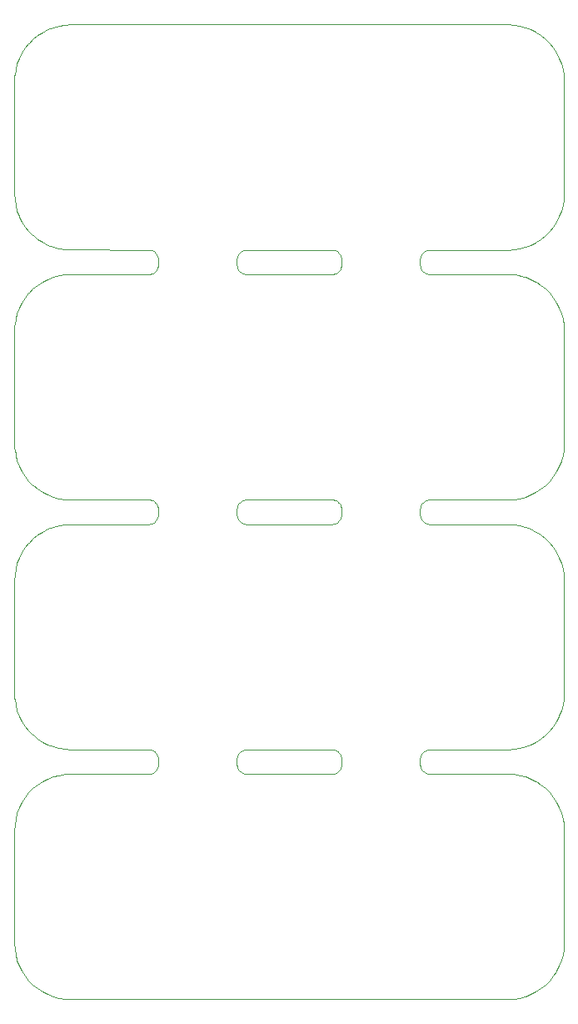
<source format=gbr>
G04 #@! TF.GenerationSoftware,KiCad,Pcbnew,(5.1.6)-1*
G04 #@! TF.CreationDate,2020-06-14T15:38:25+02:00*
G04 #@! TF.ProjectId,panel1,70616e65-6c31-42e6-9b69-6361645f7063,rev?*
G04 #@! TF.SameCoordinates,Original*
G04 #@! TF.FileFunction,Profile,NP*
%FSLAX46Y46*%
G04 Gerber Fmt 4.6, Leading zero omitted, Abs format (unit mm)*
G04 Created by KiCad (PCBNEW (5.1.6)-1) date 2020-06-14 15:38:25*
%MOMM*%
%LPD*%
G01*
G04 APERTURE LIST*
G04 #@! TA.AperFunction,Profile*
%ADD10C,0.100000*%
G04 #@! TD*
G04 APERTURE END LIST*
D10*
X82253700Y-126085200D02*
X73628400Y-126085200D01*
X82351700Y-126080400D02*
X82253700Y-126085200D01*
X82448800Y-126066000D02*
X82351700Y-126080400D01*
X82544000Y-126042100D02*
X82448800Y-126066000D01*
X82636400Y-126009100D02*
X82544000Y-126042100D01*
X82725100Y-125967100D02*
X82636400Y-126009100D01*
X82809300Y-125916700D02*
X82725100Y-125967100D01*
X82888100Y-125858200D02*
X82809300Y-125916700D01*
X82960800Y-125792300D02*
X82888100Y-125858200D01*
X83026700Y-125719600D02*
X82960800Y-125792300D01*
X83085200Y-125640800D02*
X83026700Y-125719600D01*
X83135600Y-125556600D02*
X83085200Y-125640800D01*
X83177600Y-125467900D02*
X83135600Y-125556600D01*
X83210600Y-125375500D02*
X83177600Y-125467900D01*
X83234500Y-125280300D02*
X83210600Y-125375500D01*
X83248900Y-125183200D02*
X83234500Y-125280300D01*
X83253700Y-125085200D02*
X83248900Y-125183200D01*
X83253700Y-124587100D02*
X83253700Y-125085200D01*
X83248900Y-124489000D02*
X83253700Y-124587100D01*
X83234500Y-124392000D02*
X83248900Y-124489000D01*
X83210600Y-124296800D02*
X83234500Y-124392000D01*
X83177600Y-124204400D02*
X83210600Y-124296800D01*
X83135600Y-124115700D02*
X83177600Y-124204400D01*
X83085200Y-124031500D02*
X83135600Y-124115700D01*
X83026700Y-123952700D02*
X83085200Y-124031500D01*
X82960800Y-123880000D02*
X83026700Y-123952700D01*
X82888100Y-123814100D02*
X82960800Y-123880000D01*
X82809300Y-123755600D02*
X82888100Y-123814100D01*
X82725100Y-123705100D02*
X82809300Y-123755600D01*
X82636400Y-123663200D02*
X82725100Y-123705100D01*
X82544000Y-123630100D02*
X82636400Y-123663200D01*
X82448800Y-123606300D02*
X82544000Y-123630100D01*
X82351700Y-123591900D02*
X82448800Y-123606300D01*
X82253700Y-123587100D02*
X82351700Y-123591900D01*
X73628400Y-123587000D02*
X82253700Y-123587100D01*
X73530300Y-123591900D02*
X73628400Y-123587000D01*
X73433300Y-123606300D02*
X73530300Y-123591900D01*
X73338100Y-123630100D02*
X73433300Y-123606300D01*
X73245700Y-123663200D02*
X73338100Y-123630100D01*
X73157000Y-123705100D02*
X73245700Y-123663200D01*
X73072800Y-123755600D02*
X73157000Y-123705100D01*
X72994000Y-123814000D02*
X73072800Y-123755600D01*
X72921200Y-123879900D02*
X72994000Y-123814000D01*
X72855300Y-123952600D02*
X72921200Y-123879900D01*
X72796900Y-124031500D02*
X72855300Y-123952600D01*
X72746400Y-124115600D02*
X72796900Y-124031500D01*
X72704500Y-124204400D02*
X72746400Y-124115600D01*
X72671400Y-124296800D02*
X72704500Y-124204400D01*
X72647600Y-124391900D02*
X72671400Y-124296800D01*
X72633200Y-124489000D02*
X72647600Y-124391900D01*
X72628400Y-124587000D02*
X72633200Y-124489000D01*
X72628400Y-125085200D02*
X72628400Y-124587000D01*
X72633200Y-125183200D02*
X72628400Y-125085200D01*
X72647600Y-125280300D02*
X72633200Y-125183200D01*
X72671400Y-125375500D02*
X72647600Y-125280300D01*
X72704500Y-125467900D02*
X72671400Y-125375500D01*
X72746400Y-125556600D02*
X72704500Y-125467900D01*
X72796900Y-125640800D02*
X72746400Y-125556600D01*
X72855300Y-125719600D02*
X72796900Y-125640800D01*
X72921200Y-125792300D02*
X72855300Y-125719600D01*
X72994000Y-125858200D02*
X72921200Y-125792300D01*
X73072800Y-125916700D02*
X72994000Y-125858200D01*
X73157000Y-125967100D02*
X73072800Y-125916700D01*
X73245700Y-126009100D02*
X73157000Y-125967100D01*
X73338100Y-126042100D02*
X73245700Y-126009100D01*
X73433300Y-126066000D02*
X73338100Y-126042100D01*
X73530300Y-126080400D02*
X73433300Y-126066000D01*
X73628400Y-126085200D02*
X73530300Y-126080400D01*
X82253700Y-100723100D02*
X73628400Y-100723100D01*
X82351700Y-100718300D02*
X82253700Y-100723100D01*
X82448800Y-100703900D02*
X82351700Y-100718300D01*
X82544000Y-100680000D02*
X82448800Y-100703900D01*
X82636400Y-100647000D02*
X82544000Y-100680000D01*
X82725100Y-100605000D02*
X82636400Y-100647000D01*
X82809300Y-100554600D02*
X82725100Y-100605000D01*
X82888100Y-100496100D02*
X82809300Y-100554600D01*
X82960800Y-100430200D02*
X82888100Y-100496100D01*
X83026700Y-100357500D02*
X82960800Y-100430200D01*
X83085200Y-100278700D02*
X83026700Y-100357500D01*
X83135600Y-100194500D02*
X83085200Y-100278700D01*
X83177600Y-100105800D02*
X83135600Y-100194500D01*
X83210600Y-100013400D02*
X83177600Y-100105800D01*
X83234500Y-99918200D02*
X83210600Y-100013400D01*
X83248900Y-99821100D02*
X83234500Y-99918200D01*
X83253700Y-99723100D02*
X83248900Y-99821100D01*
X83253700Y-99225100D02*
X83253700Y-99723100D01*
X83248900Y-99127000D02*
X83253700Y-99225100D01*
X83234500Y-99030000D02*
X83248900Y-99127000D01*
X83210600Y-98934800D02*
X83234500Y-99030000D01*
X83177600Y-98842400D02*
X83210600Y-98934800D01*
X83135600Y-98753700D02*
X83177600Y-98842400D01*
X83085200Y-98669500D02*
X83135600Y-98753700D01*
X83026700Y-98590700D02*
X83085200Y-98669500D01*
X82960800Y-98518000D02*
X83026700Y-98590700D01*
X82888100Y-98452100D02*
X82960800Y-98518000D01*
X82809300Y-98393600D02*
X82888100Y-98452100D01*
X82725100Y-98343100D02*
X82809300Y-98393600D01*
X82636400Y-98301200D02*
X82725100Y-98343100D01*
X82544000Y-98268100D02*
X82636400Y-98301200D01*
X82448800Y-98244300D02*
X82544000Y-98268100D01*
X82351700Y-98229900D02*
X82448800Y-98244300D01*
X82253700Y-98225100D02*
X82351700Y-98229900D01*
X73628400Y-98225000D02*
X82253700Y-98225100D01*
X73530300Y-98229900D02*
X73628400Y-98225000D01*
X73433300Y-98244300D02*
X73530300Y-98229900D01*
X73338100Y-98268100D02*
X73433300Y-98244300D01*
X73245700Y-98301200D02*
X73338100Y-98268100D01*
X73157000Y-98343100D02*
X73245700Y-98301200D01*
X73072800Y-98393600D02*
X73157000Y-98343100D01*
X72994000Y-98452000D02*
X73072800Y-98393600D01*
X72921200Y-98517900D02*
X72994000Y-98452000D01*
X72855300Y-98590600D02*
X72921200Y-98517900D01*
X72796900Y-98669500D02*
X72855300Y-98590600D01*
X72746400Y-98753600D02*
X72796900Y-98669500D01*
X72704500Y-98842400D02*
X72746400Y-98753600D01*
X72671400Y-98934800D02*
X72704500Y-98842400D01*
X72647600Y-99029900D02*
X72671400Y-98934800D01*
X72633200Y-99127000D02*
X72647600Y-99029900D01*
X72628400Y-99225000D02*
X72633200Y-99127000D01*
X72628400Y-99723100D02*
X72628400Y-99225000D01*
X72633200Y-99821100D02*
X72628400Y-99723100D01*
X72647600Y-99918200D02*
X72633200Y-99821100D01*
X72671400Y-100013400D02*
X72647600Y-99918200D01*
X72704500Y-100105800D02*
X72671400Y-100013400D01*
X72746400Y-100194500D02*
X72704500Y-100105800D01*
X72796900Y-100278700D02*
X72746400Y-100194500D01*
X72855300Y-100357500D02*
X72796900Y-100278700D01*
X72921200Y-100430200D02*
X72855300Y-100357500D01*
X72994000Y-100496100D02*
X72921200Y-100430200D01*
X73072800Y-100554600D02*
X72994000Y-100496100D01*
X73157000Y-100605000D02*
X73072800Y-100554600D01*
X73245700Y-100647000D02*
X73157000Y-100605000D01*
X73338100Y-100680000D02*
X73245700Y-100647000D01*
X73433300Y-100703900D02*
X73338100Y-100680000D01*
X73530300Y-100718300D02*
X73433300Y-100703900D01*
X73628400Y-100723100D02*
X73530300Y-100718300D01*
X72628400Y-74361100D02*
X72628400Y-73862900D01*
X72633200Y-74459100D02*
X72628400Y-74361100D01*
X72647600Y-74556200D02*
X72633200Y-74459100D01*
X72671400Y-74651400D02*
X72647600Y-74556200D01*
X72704500Y-74743800D02*
X72671400Y-74651400D01*
X72746400Y-74832500D02*
X72704500Y-74743800D01*
X72796900Y-74916700D02*
X72746400Y-74832500D01*
X72855300Y-74995500D02*
X72796900Y-74916700D01*
X72921200Y-75068200D02*
X72855300Y-74995500D01*
X72994000Y-75134100D02*
X72921200Y-75068200D01*
X73072800Y-75192600D02*
X72994000Y-75134100D01*
X73157000Y-75243000D02*
X73072800Y-75192600D01*
X73245700Y-75285000D02*
X73157000Y-75243000D01*
X73338100Y-75318000D02*
X73245700Y-75285000D01*
X73433300Y-75341900D02*
X73338100Y-75318000D01*
X73530300Y-75356300D02*
X73433300Y-75341900D01*
X73628400Y-75361100D02*
X73530300Y-75356300D01*
X82253700Y-75361100D02*
X73628400Y-75361100D01*
X82351700Y-75356300D02*
X82253700Y-75361100D01*
X82448800Y-75341900D02*
X82351700Y-75356300D01*
X82544000Y-75318000D02*
X82448800Y-75341900D01*
X82636400Y-75285000D02*
X82544000Y-75318000D01*
X82725100Y-75243000D02*
X82636400Y-75285000D01*
X82809300Y-75192600D02*
X82725100Y-75243000D01*
X82888100Y-75134100D02*
X82809300Y-75192600D01*
X82960800Y-75068200D02*
X82888100Y-75134100D01*
X83026700Y-74995500D02*
X82960800Y-75068200D01*
X83085200Y-74916700D02*
X83026700Y-74995500D01*
X83135600Y-74832500D02*
X83085200Y-74916700D01*
X83177600Y-74743800D02*
X83135600Y-74832500D01*
X83210600Y-74651400D02*
X83177600Y-74743800D01*
X83234500Y-74556200D02*
X83210600Y-74651400D01*
X83248900Y-74459100D02*
X83234500Y-74556200D01*
X83253700Y-74361100D02*
X83248900Y-74459100D01*
X83253700Y-73863000D02*
X83253700Y-74361100D01*
X83248900Y-73764900D02*
X83253700Y-73863000D01*
X83234500Y-73667900D02*
X83248900Y-73764900D01*
X83210600Y-73572700D02*
X83234500Y-73667900D01*
X83177600Y-73480300D02*
X83210600Y-73572700D01*
X83135600Y-73391600D02*
X83177600Y-73480300D01*
X83085200Y-73307400D02*
X83135600Y-73391600D01*
X83026700Y-73228600D02*
X83085200Y-73307400D01*
X82960800Y-73155900D02*
X83026700Y-73228600D01*
X82888100Y-73090000D02*
X82960800Y-73155900D01*
X82809300Y-73031500D02*
X82888100Y-73090000D01*
X82725100Y-72981000D02*
X82809300Y-73031500D01*
X82636400Y-72939100D02*
X82725100Y-72981000D01*
X82544000Y-72906000D02*
X82636400Y-72939100D01*
X82448800Y-72882200D02*
X82544000Y-72906000D01*
X82351700Y-72867800D02*
X82448800Y-72882200D01*
X82253700Y-72863000D02*
X82351700Y-72867800D01*
X73628400Y-72862900D02*
X82253700Y-72863000D01*
X73530300Y-72867800D02*
X73628400Y-72862900D01*
X73433300Y-72882200D02*
X73530300Y-72867800D01*
X73338100Y-72906000D02*
X73433300Y-72882200D01*
X73245700Y-72939100D02*
X73338100Y-72906000D01*
X73157000Y-72981000D02*
X73245700Y-72939100D01*
X73072800Y-73031500D02*
X73157000Y-72981000D01*
X72994000Y-73089900D02*
X73072800Y-73031500D01*
X72921200Y-73155800D02*
X72994000Y-73089900D01*
X72855300Y-73228500D02*
X72921200Y-73155800D01*
X72796900Y-73307400D02*
X72855300Y-73228500D01*
X72746400Y-73391500D02*
X72796900Y-73307400D01*
X72704500Y-73480300D02*
X72746400Y-73391500D01*
X72671400Y-73572700D02*
X72704500Y-73480300D01*
X72647600Y-73667800D02*
X72671400Y-73572700D01*
X72633200Y-73764900D02*
X72647600Y-73667800D01*
X72628400Y-73862900D02*
X72633200Y-73764900D01*
X100166000Y-75361200D02*
X92255700Y-75361100D01*
X100763500Y-75392700D02*
X100166000Y-75361200D01*
X101341600Y-75484000D02*
X100763500Y-75392700D01*
X101367300Y-75489400D02*
X101341600Y-75484000D01*
X101932500Y-75641200D02*
X101367300Y-75489400D01*
X102491200Y-75855700D02*
X101932500Y-75641200D01*
X103012800Y-76121000D02*
X102491200Y-75855700D01*
X103035500Y-76134200D02*
X103012800Y-76121000D01*
X103526200Y-76453300D02*
X103035500Y-76134200D01*
X103981200Y-76821300D02*
X103526200Y-76453300D01*
X104000800Y-76838900D02*
X103981200Y-76821300D01*
X104414300Y-77253000D02*
X104000800Y-76838900D01*
X104782800Y-77707500D02*
X104414300Y-77253000D01*
X104798300Y-77728700D02*
X104782800Y-77707500D01*
X105116800Y-78219800D02*
X104798300Y-77728700D01*
X105382700Y-78741000D02*
X105116800Y-78219800D01*
X105393400Y-78765000D02*
X105382700Y-78741000D01*
X105602900Y-79311600D02*
X105393400Y-78765000D01*
X105754700Y-79876800D02*
X105602900Y-79311600D01*
X105760100Y-79902500D02*
X105754700Y-79876800D01*
X105851400Y-80480700D02*
X105760100Y-79902500D01*
X105883000Y-81084600D02*
X105851400Y-80480700D01*
X105883000Y-92501500D02*
X105883000Y-81084600D01*
X105852400Y-93092500D02*
X105883000Y-92501500D01*
X105849600Y-93118600D02*
X105852400Y-93092500D01*
X105757700Y-93696800D02*
X105849600Y-93118600D01*
X105606600Y-94262100D02*
X105757700Y-93696800D01*
X105598400Y-94287100D02*
X105606600Y-94262100D01*
X105388400Y-94833400D02*
X105598400Y-94287100D01*
X105123000Y-95354900D02*
X105388400Y-94833400D01*
X105109900Y-95377600D02*
X105123000Y-95354900D01*
X104790800Y-95868300D02*
X105109900Y-95377600D01*
X104414300Y-96333300D02*
X104790800Y-95868300D01*
X104000800Y-96747300D02*
X104414300Y-96333300D01*
X103981200Y-96764900D02*
X104000800Y-96747300D01*
X103536500Y-97125000D02*
X103981200Y-96764900D01*
X103515300Y-97140500D02*
X103536500Y-97125000D01*
X103024300Y-97458900D02*
X103515300Y-97140500D01*
X102491100Y-97730500D02*
X103024300Y-97458900D01*
X101932500Y-97945000D02*
X102491100Y-97730500D01*
X101367300Y-98096800D02*
X101932500Y-97945000D01*
X101341600Y-98102200D02*
X101367300Y-98096800D01*
X100763400Y-98193500D02*
X101341600Y-98102200D01*
X100166000Y-98225000D02*
X100763400Y-98193500D01*
X92255700Y-98225100D02*
X100166000Y-98225000D01*
X92157700Y-98229900D02*
X92255700Y-98225100D01*
X92060600Y-98244300D02*
X92157700Y-98229900D01*
X91965400Y-98268100D02*
X92060600Y-98244300D01*
X91873000Y-98301200D02*
X91965400Y-98268100D01*
X91784300Y-98343200D02*
X91873000Y-98301200D01*
X91700100Y-98393600D02*
X91784300Y-98343200D01*
X91621300Y-98452100D02*
X91700100Y-98393600D01*
X91548600Y-98518000D02*
X91621300Y-98452100D01*
X91482700Y-98590700D02*
X91548600Y-98518000D01*
X91424200Y-98669500D02*
X91482700Y-98590700D01*
X91373800Y-98753700D02*
X91424200Y-98669500D01*
X91331800Y-98842400D02*
X91373800Y-98753700D01*
X91298800Y-98934800D02*
X91331800Y-98842400D01*
X91274900Y-99030000D02*
X91298800Y-98934800D01*
X91260500Y-99127100D02*
X91274900Y-99030000D01*
X91255700Y-99225100D02*
X91260500Y-99127100D01*
X91255700Y-99723100D02*
X91255700Y-99225100D01*
X91260500Y-99821100D02*
X91255700Y-99723100D01*
X91274900Y-99918200D02*
X91260500Y-99821100D01*
X91298800Y-100013400D02*
X91274900Y-99918200D01*
X91331800Y-100105800D02*
X91298800Y-100013400D01*
X91373800Y-100194500D02*
X91331800Y-100105800D01*
X91424200Y-100278700D02*
X91373800Y-100194500D01*
X91482700Y-100357500D02*
X91424200Y-100278700D01*
X91548600Y-100430200D02*
X91482700Y-100357500D01*
X91621300Y-100496100D02*
X91548600Y-100430200D01*
X91700100Y-100554600D02*
X91621300Y-100496100D01*
X91784300Y-100605000D02*
X91700100Y-100554600D01*
X91873000Y-100647000D02*
X91784300Y-100605000D01*
X91965400Y-100680000D02*
X91873000Y-100647000D01*
X92060600Y-100703900D02*
X91965400Y-100680000D01*
X92157700Y-100718300D02*
X92060600Y-100703900D01*
X92255700Y-100723100D02*
X92157700Y-100718300D01*
X100166000Y-100723200D02*
X92255700Y-100723100D01*
X100763500Y-100754700D02*
X100166000Y-100723200D01*
X101341600Y-100846000D02*
X100763500Y-100754700D01*
X101367300Y-100851400D02*
X101341600Y-100846000D01*
X101919900Y-100999400D02*
X101367300Y-100851400D01*
X101944900Y-101007600D02*
X101919900Y-100999400D01*
X102491200Y-101217700D02*
X101944900Y-101007600D01*
X103012800Y-101483000D02*
X102491200Y-101217700D01*
X103035500Y-101496200D02*
X103012800Y-101483000D01*
X103526200Y-101815300D02*
X103035500Y-101496200D01*
X103981200Y-102183300D02*
X103526200Y-101815300D01*
X104000800Y-102200900D02*
X103981200Y-102183300D01*
X104405200Y-102605400D02*
X104000800Y-102200900D01*
X104422800Y-102624900D02*
X104405200Y-102605400D01*
X104790800Y-103079900D02*
X104422800Y-102624900D01*
X105116800Y-103581800D02*
X104790800Y-103079900D01*
X105388400Y-104114900D02*
X105116800Y-103581800D01*
X105598500Y-104661200D02*
X105388400Y-104114900D01*
X105606700Y-104686200D02*
X105598500Y-104661200D01*
X105757700Y-105251600D02*
X105606700Y-104686200D01*
X105849600Y-105829600D02*
X105757700Y-105251600D01*
X105852400Y-105855700D02*
X105849600Y-105829600D01*
X105882900Y-106440100D02*
X105852400Y-105855700D01*
X105882700Y-117876700D02*
X105882900Y-106440100D01*
X105851400Y-118467600D02*
X105882700Y-117876700D01*
X105760100Y-119045800D02*
X105851400Y-118467600D01*
X105754700Y-119071500D02*
X105760100Y-119045800D01*
X105602800Y-119636700D02*
X105754700Y-119071500D01*
X105393400Y-120183200D02*
X105602800Y-119636700D01*
X105382700Y-120207200D02*
X105393400Y-120183200D01*
X105116800Y-120728500D02*
X105382700Y-120207200D01*
X104790800Y-121230300D02*
X105116800Y-120728500D01*
X104414300Y-121695300D02*
X104790800Y-121230300D01*
X104000800Y-122109300D02*
X104414300Y-121695300D01*
X103981200Y-122126900D02*
X104000800Y-122109300D01*
X103536500Y-122487000D02*
X103981200Y-122126900D01*
X103515300Y-122502500D02*
X103536500Y-122487000D01*
X103024300Y-122820900D02*
X103515300Y-122502500D01*
X102491100Y-123092500D02*
X103024300Y-122820900D01*
X101932500Y-123307000D02*
X102491100Y-123092500D01*
X101367300Y-123458800D02*
X101932500Y-123307000D01*
X101341600Y-123464200D02*
X101367300Y-123458800D01*
X100763400Y-123555500D02*
X101341600Y-123464200D01*
X100166000Y-123587000D02*
X100763400Y-123555500D01*
X92255700Y-123587100D02*
X100166000Y-123587000D01*
X92157700Y-123591900D02*
X92255700Y-123587100D01*
X92060600Y-123606300D02*
X92157700Y-123591900D01*
X91965400Y-123630100D02*
X92060600Y-123606300D01*
X91873000Y-123663200D02*
X91965400Y-123630100D01*
X91784300Y-123705200D02*
X91873000Y-123663200D01*
X91700100Y-123755600D02*
X91784300Y-123705200D01*
X91621300Y-123814100D02*
X91700100Y-123755600D01*
X91548600Y-123880000D02*
X91621300Y-123814100D01*
X91482700Y-123952700D02*
X91548600Y-123880000D01*
X91424200Y-124031500D02*
X91482700Y-123952700D01*
X91373800Y-124115700D02*
X91424200Y-124031500D01*
X91331800Y-124204400D02*
X91373800Y-124115700D01*
X91298800Y-124296800D02*
X91331800Y-124204400D01*
X91274900Y-124392000D02*
X91298800Y-124296800D01*
X91260500Y-124489100D02*
X91274900Y-124392000D01*
X91255700Y-124587100D02*
X91260500Y-124489100D01*
X91255700Y-125085200D02*
X91255700Y-124587100D01*
X91260500Y-125183200D02*
X91255700Y-125085200D01*
X91274900Y-125280300D02*
X91260500Y-125183200D01*
X91298800Y-125375500D02*
X91274900Y-125280300D01*
X91331800Y-125467900D02*
X91298800Y-125375500D01*
X91373800Y-125556600D02*
X91331800Y-125467900D01*
X91424200Y-125640800D02*
X91373800Y-125556600D01*
X91482700Y-125719600D02*
X91424200Y-125640800D01*
X91548600Y-125792300D02*
X91482700Y-125719600D01*
X91621300Y-125858200D02*
X91548600Y-125792300D01*
X91700100Y-125916700D02*
X91621300Y-125858200D01*
X91784300Y-125967100D02*
X91700100Y-125916700D01*
X91873000Y-126009100D02*
X91784300Y-125967100D01*
X91965400Y-126042100D02*
X91873000Y-126009100D01*
X92060600Y-126066000D02*
X91965400Y-126042100D01*
X92157700Y-126080400D02*
X92060600Y-126066000D01*
X92255700Y-126085200D02*
X92157700Y-126080400D01*
X100166000Y-126085300D02*
X92255700Y-126085200D01*
X100763500Y-126116800D02*
X100166000Y-126085300D01*
X101341600Y-126208100D02*
X100763500Y-126116800D01*
X101367300Y-126213500D02*
X101341600Y-126208100D01*
X101932500Y-126365300D02*
X101367300Y-126213500D01*
X102491200Y-126579800D02*
X101932500Y-126365300D01*
X103012800Y-126845100D02*
X102491200Y-126579800D01*
X103035500Y-126858300D02*
X103012800Y-126845100D01*
X103515400Y-127169900D02*
X103035500Y-126858300D01*
X103536600Y-127185400D02*
X103515400Y-127169900D01*
X103991300Y-127553900D02*
X103536600Y-127185400D01*
X104414300Y-127977100D02*
X103991300Y-127553900D01*
X104790800Y-128442000D02*
X104414300Y-127977100D01*
X105109900Y-128932700D02*
X104790800Y-128442000D01*
X105123000Y-128955400D02*
X105109900Y-128932700D01*
X105388400Y-129477000D02*
X105123000Y-128955400D01*
X105598500Y-130023300D02*
X105388400Y-129477000D01*
X105606700Y-130048300D02*
X105598500Y-130023300D01*
X105757700Y-130613700D02*
X105606700Y-130048300D01*
X105849600Y-131191700D02*
X105757700Y-130613700D01*
X105852400Y-131217800D02*
X105849600Y-131191700D01*
X105883000Y-131808700D02*
X105852400Y-131217800D01*
X105883000Y-143225600D02*
X105883000Y-131808700D01*
X105852400Y-143816600D02*
X105883000Y-143225600D01*
X105849600Y-143842700D02*
X105852400Y-143816600D01*
X105757700Y-144420900D02*
X105849600Y-143842700D01*
X105602800Y-144998800D02*
X105757700Y-144420900D01*
X105388400Y-145557500D02*
X105602800Y-144998800D01*
X105123000Y-146079000D02*
X105388400Y-145557500D01*
X105109900Y-146101700D02*
X105123000Y-146079000D01*
X104790800Y-146592400D02*
X105109900Y-146101700D01*
X104422800Y-147047400D02*
X104790800Y-146592400D01*
X104405300Y-147066900D02*
X104422800Y-147047400D01*
X103991200Y-147480500D02*
X104405300Y-147066900D01*
X103536500Y-147849100D02*
X103991200Y-147480500D01*
X103515300Y-147864600D02*
X103536500Y-147849100D01*
X103024300Y-148183000D02*
X103515300Y-147864600D01*
X102491100Y-148454600D02*
X103024300Y-148183000D01*
X101944900Y-148664700D02*
X102491100Y-148454600D01*
X101919900Y-148672900D02*
X101944900Y-148664700D01*
X101354500Y-148823900D02*
X101919900Y-148672900D01*
X100776500Y-148915800D02*
X101354500Y-148823900D01*
X100750400Y-148918600D02*
X100776500Y-148915800D01*
X100172600Y-148948900D02*
X100750400Y-148918600D01*
X55716000Y-148949000D02*
X100172600Y-148948900D01*
X55118500Y-148917500D02*
X55716000Y-148949000D01*
X54540400Y-148826200D02*
X55118500Y-148917500D01*
X54514700Y-148820800D02*
X54540400Y-148826200D01*
X53962100Y-148672800D02*
X54514700Y-148820800D01*
X53937100Y-148664600D02*
X53962100Y-148672800D01*
X53390900Y-148454500D02*
X53937100Y-148664600D01*
X52869300Y-148189100D02*
X53390900Y-148454500D01*
X52846600Y-148176000D02*
X52869300Y-148189100D01*
X52355800Y-147856900D02*
X52846600Y-148176000D01*
X51890700Y-147480400D02*
X52355800Y-147856900D01*
X51467700Y-147057200D02*
X51890700Y-147480400D01*
X51099200Y-146602800D02*
X51467700Y-147057200D01*
X51083700Y-146581500D02*
X51099200Y-146602800D01*
X50765300Y-146090500D02*
X51083700Y-146581500D01*
X50499300Y-145569100D02*
X50765300Y-146090500D01*
X50488600Y-145545100D02*
X50499300Y-145569100D01*
X50283600Y-145011100D02*
X50488600Y-145545100D01*
X50275400Y-144986100D02*
X50283600Y-145011100D01*
X50124300Y-144420800D02*
X50275400Y-144986100D01*
X50030600Y-143829700D02*
X50124300Y-144420800D01*
X49999000Y-143225700D02*
X50030600Y-143829700D01*
X49999100Y-131802100D02*
X49999000Y-143225700D01*
X50030700Y-131204600D02*
X49999100Y-131802100D01*
X50124300Y-130613600D02*
X50030700Y-131204600D01*
X50279100Y-130035700D02*
X50124300Y-130613600D01*
X50488600Y-129489200D02*
X50279100Y-130035700D01*
X50499200Y-129465200D02*
X50488600Y-129489200D01*
X50765200Y-128943800D02*
X50499200Y-129465200D01*
X51091200Y-128442000D02*
X50765200Y-128943800D01*
X51467700Y-127976900D02*
X51091200Y-128442000D01*
X51890900Y-127553900D02*
X51467700Y-127976900D01*
X52355800Y-127177400D02*
X51890900Y-127553900D01*
X52857700Y-126851400D02*
X52355800Y-127177400D01*
X53390800Y-126579800D02*
X52857700Y-126851400D01*
X53949400Y-126365400D02*
X53390800Y-126579800D01*
X54514700Y-126213500D02*
X53949400Y-126365400D01*
X54540400Y-126208100D02*
X54514700Y-126213500D01*
X55118600Y-126116800D02*
X54540400Y-126208100D01*
X55716000Y-126085300D02*
X55118600Y-126116800D01*
X63626400Y-126085200D02*
X55716000Y-126085300D01*
X63724400Y-126080400D02*
X63626400Y-126085200D01*
X63821400Y-126066000D02*
X63724400Y-126080400D01*
X63916600Y-126042100D02*
X63821400Y-126066000D01*
X64009000Y-126009100D02*
X63916600Y-126042100D01*
X64097700Y-125967100D02*
X64009000Y-126009100D01*
X64181900Y-125916700D02*
X64097700Y-125967100D01*
X64260700Y-125858200D02*
X64181900Y-125916700D01*
X64333500Y-125792300D02*
X64260700Y-125858200D01*
X64399400Y-125719600D02*
X64333500Y-125792300D01*
X64457800Y-125640800D02*
X64399400Y-125719600D01*
X64508300Y-125556600D02*
X64457800Y-125640800D01*
X64550200Y-125467900D02*
X64508300Y-125556600D01*
X64583300Y-125375500D02*
X64550200Y-125467900D01*
X64607100Y-125280300D02*
X64583300Y-125375500D01*
X64621500Y-125183200D02*
X64607100Y-125280300D01*
X64626400Y-125085200D02*
X64621500Y-125183200D01*
X64626400Y-124587000D02*
X64626400Y-125085200D01*
X64621500Y-124489000D02*
X64626400Y-124587000D01*
X64607100Y-124391900D02*
X64621500Y-124489000D01*
X64583300Y-124296700D02*
X64607100Y-124391900D01*
X64550200Y-124204300D02*
X64583300Y-124296700D01*
X64508300Y-124115600D02*
X64550200Y-124204300D01*
X64457800Y-124031400D02*
X64508300Y-124115600D01*
X64399400Y-123952600D02*
X64457800Y-124031400D01*
X64333500Y-123879900D02*
X64399400Y-123952600D01*
X64260700Y-123814000D02*
X64333500Y-123879900D01*
X64181900Y-123755500D02*
X64260700Y-123814000D01*
X64097700Y-123705100D02*
X64181900Y-123755500D01*
X64009000Y-123663100D02*
X64097700Y-123705100D01*
X63916600Y-123630100D02*
X64009000Y-123663100D01*
X63821400Y-123606200D02*
X63916600Y-123630100D01*
X63724400Y-123591800D02*
X63821400Y-123606200D01*
X63626400Y-123587000D02*
X63724400Y-123591800D01*
X55716000Y-123586900D02*
X63626400Y-123587000D01*
X55118500Y-123555400D02*
X55716000Y-123586900D01*
X54540400Y-123464100D02*
X55118500Y-123555400D01*
X54514700Y-123458700D02*
X54540400Y-123464100D01*
X53949500Y-123306900D02*
X54514700Y-123458700D01*
X53390900Y-123092400D02*
X53949500Y-123306900D01*
X52857700Y-122820800D02*
X53390900Y-123092400D01*
X52366700Y-122502300D02*
X52857700Y-122820800D01*
X52345400Y-122486800D02*
X52366700Y-122502300D01*
X51900800Y-122126800D02*
X52345400Y-122486800D01*
X51881200Y-122109200D02*
X51900800Y-122126800D01*
X51467700Y-121695100D02*
X51881200Y-122109200D01*
X51091200Y-121230300D02*
X51467700Y-121695100D01*
X50772200Y-120739600D02*
X51091200Y-121230300D01*
X50759100Y-120716900D02*
X50772200Y-120739600D01*
X50493600Y-120195100D02*
X50759100Y-120716900D01*
X50283600Y-119649000D02*
X50493600Y-120195100D01*
X50275400Y-119624000D02*
X50283600Y-119649000D01*
X50124300Y-119058700D02*
X50275400Y-119624000D01*
X50032400Y-118480700D02*
X50124300Y-119058700D01*
X50029600Y-118454600D02*
X50032400Y-118480700D01*
X49999000Y-117863600D02*
X50029600Y-118454600D01*
X49999000Y-106446600D02*
X49999000Y-117863600D01*
X50030700Y-105842500D02*
X49999000Y-106446600D01*
X50121900Y-105264500D02*
X50030700Y-105842500D01*
X50127300Y-105238800D02*
X50121900Y-105264500D01*
X50275300Y-104686200D02*
X50127300Y-105238800D01*
X50283500Y-104661200D02*
X50275300Y-104686200D01*
X50493600Y-104114900D02*
X50283500Y-104661200D01*
X50758900Y-103593300D02*
X50493600Y-104114900D01*
X50772100Y-103570600D02*
X50758900Y-103593300D01*
X51091200Y-103079900D02*
X50772100Y-103570600D01*
X51459200Y-102624900D02*
X51091200Y-103079900D01*
X51476800Y-102605300D02*
X51459200Y-102624900D01*
X51890900Y-102191800D02*
X51476800Y-102605300D01*
X52355800Y-101815300D02*
X51890900Y-102191800D01*
X52857700Y-101489300D02*
X52355800Y-101815300D01*
X53390800Y-101217700D02*
X52857700Y-101489300D01*
X53949400Y-101003300D02*
X53390800Y-101217700D01*
X54527500Y-100848400D02*
X53949400Y-101003300D01*
X55118600Y-100754700D02*
X54527500Y-100848400D01*
X55709400Y-100723400D02*
X55118600Y-100754700D01*
X63626400Y-100723100D02*
X55709400Y-100723400D01*
X63724400Y-100718300D02*
X63626400Y-100723100D01*
X63821400Y-100703900D02*
X63724400Y-100718300D01*
X63916600Y-100680000D02*
X63821400Y-100703900D01*
X64009000Y-100647000D02*
X63916600Y-100680000D01*
X64097700Y-100605000D02*
X64009000Y-100647000D01*
X64181900Y-100554600D02*
X64097700Y-100605000D01*
X64260700Y-100496100D02*
X64181900Y-100554600D01*
X64333500Y-100430200D02*
X64260700Y-100496100D01*
X64399400Y-100357500D02*
X64333500Y-100430200D01*
X64457800Y-100278700D02*
X64399400Y-100357500D01*
X64508300Y-100194500D02*
X64457800Y-100278700D01*
X64550200Y-100105800D02*
X64508300Y-100194500D01*
X64583300Y-100013400D02*
X64550200Y-100105800D01*
X64607100Y-99918200D02*
X64583300Y-100013400D01*
X64621500Y-99821100D02*
X64607100Y-99918200D01*
X64626400Y-99723100D02*
X64621500Y-99821100D01*
X64626400Y-99225000D02*
X64626400Y-99723100D01*
X64621500Y-99127000D02*
X64626400Y-99225000D01*
X64607100Y-99029900D02*
X64621500Y-99127000D01*
X64583300Y-98934700D02*
X64607100Y-99029900D01*
X64550200Y-98842300D02*
X64583300Y-98934700D01*
X64508300Y-98753600D02*
X64550200Y-98842300D01*
X64457800Y-98669400D02*
X64508300Y-98753600D01*
X64399400Y-98590600D02*
X64457800Y-98669400D01*
X64333500Y-98517900D02*
X64399400Y-98590600D01*
X64260700Y-98452000D02*
X64333500Y-98517900D01*
X64181900Y-98393500D02*
X64260700Y-98452000D01*
X64097700Y-98343100D02*
X64181900Y-98393500D01*
X64009000Y-98301100D02*
X64097700Y-98343100D01*
X63916600Y-98268100D02*
X64009000Y-98301100D01*
X63821400Y-98244200D02*
X63916600Y-98268100D01*
X63724400Y-98229800D02*
X63821400Y-98244200D01*
X63626400Y-98225000D02*
X63724400Y-98229800D01*
X55716000Y-98224900D02*
X63626400Y-98225000D01*
X55118500Y-98193400D02*
X55716000Y-98224900D01*
X54540400Y-98102100D02*
X55118500Y-98193400D01*
X54514700Y-98096700D02*
X54540400Y-98102100D01*
X53949500Y-97944900D02*
X54514700Y-98096700D01*
X53390900Y-97730400D02*
X53949500Y-97944900D01*
X52857700Y-97458800D02*
X53390900Y-97730400D01*
X52366700Y-97140300D02*
X52857700Y-97458800D01*
X52345400Y-97124800D02*
X52366700Y-97140300D01*
X51900800Y-96764800D02*
X52345400Y-97124800D01*
X51881200Y-96747200D02*
X51900800Y-96764800D01*
X51467700Y-96333100D02*
X51881200Y-96747200D01*
X51099200Y-95878700D02*
X51467700Y-96333100D01*
X51083700Y-95857400D02*
X51099200Y-95878700D01*
X50765300Y-95366400D02*
X51083700Y-95857400D01*
X50499300Y-94845000D02*
X50765300Y-95366400D01*
X50488600Y-94821000D02*
X50499300Y-94845000D01*
X50279200Y-94274600D02*
X50488600Y-94821000D01*
X50127300Y-93709500D02*
X50279200Y-94274600D01*
X50121900Y-93683800D02*
X50127300Y-93709500D01*
X50032400Y-93118700D02*
X50121900Y-93683800D01*
X50029600Y-93092600D02*
X50032400Y-93118700D01*
X49999000Y-92501600D02*
X50029600Y-93092600D01*
X49999000Y-81084600D02*
X49999000Y-92501600D01*
X50029600Y-80493700D02*
X49999000Y-81084600D01*
X50032400Y-80467500D02*
X50029600Y-80493700D01*
X50124300Y-79889500D02*
X50032400Y-80467500D01*
X50275300Y-79324200D02*
X50124300Y-79889500D01*
X50283500Y-79299200D02*
X50275300Y-79324200D01*
X50488600Y-78765100D02*
X50283500Y-79299200D01*
X50499200Y-78741100D02*
X50488600Y-78765100D01*
X50765200Y-78219700D02*
X50499200Y-78741100D01*
X51091200Y-77717900D02*
X50765200Y-78219700D01*
X51459200Y-77262900D02*
X51091200Y-77717900D01*
X51476800Y-77243300D02*
X51459200Y-77262900D01*
X51890900Y-76829800D02*
X51476800Y-77243300D01*
X52345400Y-76461300D02*
X51890900Y-76829800D01*
X52366600Y-76445800D02*
X52345400Y-76461300D01*
X52857700Y-76127300D02*
X52366600Y-76445800D01*
X53390800Y-75855700D02*
X52857700Y-76127300D01*
X53949400Y-75641300D02*
X53390800Y-75855700D01*
X54527500Y-75486400D02*
X53949400Y-75641300D01*
X55118600Y-75392700D02*
X54527500Y-75486400D01*
X55709400Y-75361400D02*
X55118600Y-75392700D01*
X63626400Y-75361100D02*
X55709400Y-75361400D01*
X63724400Y-75356300D02*
X63626400Y-75361100D01*
X63821400Y-75341900D02*
X63724400Y-75356300D01*
X63916600Y-75318000D02*
X63821400Y-75341900D01*
X64009000Y-75285000D02*
X63916600Y-75318000D01*
X64097700Y-75243000D02*
X64009000Y-75285000D01*
X64181900Y-75192600D02*
X64097700Y-75243000D01*
X64260700Y-75134100D02*
X64181900Y-75192600D01*
X64333500Y-75068200D02*
X64260700Y-75134100D01*
X64399400Y-74995500D02*
X64333500Y-75068200D01*
X64457800Y-74916700D02*
X64399400Y-74995500D01*
X64508300Y-74832500D02*
X64457800Y-74916700D01*
X64550200Y-74743800D02*
X64508300Y-74832500D01*
X64583300Y-74651400D02*
X64550200Y-74743800D01*
X64607100Y-74556200D02*
X64583300Y-74651400D01*
X64621500Y-74459100D02*
X64607100Y-74556200D01*
X64626400Y-74361100D02*
X64621500Y-74459100D01*
X64626400Y-73862900D02*
X64626400Y-74361100D01*
X64621500Y-73764900D02*
X64626400Y-73862900D01*
X64607100Y-73667800D02*
X64621500Y-73764900D01*
X64583300Y-73572600D02*
X64607100Y-73667800D01*
X64550200Y-73480200D02*
X64583300Y-73572600D01*
X64508300Y-73391500D02*
X64550200Y-73480200D01*
X64457800Y-73307300D02*
X64508300Y-73391500D01*
X64399400Y-73228500D02*
X64457800Y-73307300D01*
X64333500Y-73155800D02*
X64399400Y-73228500D01*
X64260700Y-73089900D02*
X64333500Y-73155800D01*
X64181900Y-73031400D02*
X64260700Y-73089900D01*
X64097700Y-72981000D02*
X64181900Y-73031400D01*
X64009000Y-72939000D02*
X64097700Y-72981000D01*
X63916600Y-72906000D02*
X64009000Y-72939000D01*
X63821400Y-72882100D02*
X63916600Y-72906000D01*
X63724400Y-72867700D02*
X63821400Y-72882100D01*
X63626400Y-72862900D02*
X63724400Y-72867700D01*
X55716000Y-72862800D02*
X63626400Y-72862900D01*
X55118500Y-72831300D02*
X55716000Y-72862800D01*
X54540400Y-72740000D02*
X55118500Y-72831300D01*
X54514700Y-72734600D02*
X54540400Y-72740000D01*
X53949500Y-72582800D02*
X54514700Y-72734600D01*
X53390900Y-72368300D02*
X53949500Y-72582800D01*
X52857700Y-72096700D02*
X53390900Y-72368300D01*
X52366700Y-71778200D02*
X52857700Y-72096700D01*
X52345400Y-71762700D02*
X52366700Y-71778200D01*
X51900800Y-71402700D02*
X52345400Y-71762700D01*
X51881200Y-71385100D02*
X51900800Y-71402700D01*
X51467700Y-70971000D02*
X51881200Y-71385100D01*
X51099200Y-70516600D02*
X51467700Y-70971000D01*
X51083700Y-70495300D02*
X51099200Y-70516600D01*
X50765300Y-70004300D02*
X51083700Y-70495300D01*
X50499300Y-69482900D02*
X50765300Y-70004300D01*
X50488600Y-69458900D02*
X50499300Y-69482900D01*
X50279200Y-68912500D02*
X50488600Y-69458900D01*
X50127300Y-68347400D02*
X50279200Y-68912500D01*
X50121900Y-68321700D02*
X50127300Y-68347400D01*
X50030600Y-67743500D02*
X50121900Y-68321700D01*
X49999100Y-67146000D02*
X50030600Y-67743500D01*
X49999000Y-55722500D02*
X49999100Y-67146000D01*
X50029600Y-55131600D02*
X49999000Y-55722500D01*
X50032400Y-55105400D02*
X50029600Y-55131600D01*
X50124300Y-54527400D02*
X50032400Y-55105400D01*
X50279100Y-53949500D02*
X50124300Y-54527400D01*
X50493600Y-53390800D02*
X50279100Y-53949500D01*
X50758900Y-52869200D02*
X50493600Y-53390800D01*
X50772100Y-52846500D02*
X50758900Y-52869200D01*
X51091200Y-52355800D02*
X50772100Y-52846500D01*
X51459200Y-51900800D02*
X51091200Y-52355800D01*
X51476800Y-51881200D02*
X51459200Y-51900800D01*
X51890900Y-51467700D02*
X51476800Y-51881200D01*
X52345400Y-51099200D02*
X51890900Y-51467700D01*
X52366600Y-51083700D02*
X52345400Y-51099200D01*
X52857700Y-50765200D02*
X52366600Y-51083700D01*
X53390800Y-50493600D02*
X52857700Y-50765200D01*
X53937000Y-50283600D02*
X53390800Y-50493600D01*
X53962000Y-50275400D02*
X53937000Y-50283600D01*
X54527500Y-50124300D02*
X53962000Y-50275400D01*
X55105500Y-50032400D02*
X54527500Y-50124300D01*
X55131600Y-50029600D02*
X55105500Y-50032400D01*
X55709400Y-49999300D02*
X55131600Y-50029600D01*
X100166000Y-49999100D02*
X55709400Y-49999300D01*
X100763500Y-50030600D02*
X100166000Y-49999100D01*
X101341600Y-50121900D02*
X100763500Y-50030600D01*
X101367300Y-50127300D02*
X101341600Y-50121900D01*
X101919900Y-50275300D02*
X101367300Y-50127300D01*
X101944900Y-50283500D02*
X101919900Y-50275300D01*
X102491200Y-50493600D02*
X101944900Y-50283500D01*
X103012800Y-50758900D02*
X102491200Y-50493600D01*
X103035500Y-50772100D02*
X103012800Y-50758900D01*
X103526200Y-51091200D02*
X103035500Y-50772100D01*
X103991300Y-51467700D02*
X103526200Y-51091200D01*
X104414300Y-51890900D02*
X103991300Y-51467700D01*
X104782800Y-52345400D02*
X104414300Y-51890900D01*
X104798300Y-52366600D02*
X104782800Y-52345400D01*
X105109900Y-52846500D02*
X104798300Y-52366600D01*
X105123000Y-52869200D02*
X105109900Y-52846500D01*
X105388400Y-53390800D02*
X105123000Y-52869200D01*
X105598500Y-53937100D02*
X105388400Y-53390800D01*
X105606700Y-53962100D02*
X105598500Y-53937100D01*
X105757700Y-54527500D02*
X105606700Y-53962100D01*
X105851400Y-55118600D02*
X105757700Y-54527500D01*
X105883000Y-55722500D02*
X105851400Y-55118600D01*
X105882900Y-67146000D02*
X105883000Y-55722500D01*
X105851400Y-67743500D02*
X105882900Y-67146000D01*
X105757700Y-68334700D02*
X105851400Y-67743500D01*
X105602800Y-68912600D02*
X105757700Y-68334700D01*
X105388400Y-69471300D02*
X105602800Y-68912600D01*
X105116800Y-70004400D02*
X105388400Y-69471300D01*
X104790800Y-70506200D02*
X105116800Y-70004400D01*
X104414300Y-70971200D02*
X104790800Y-70506200D01*
X104000800Y-71385200D02*
X104414300Y-70971200D01*
X103981200Y-71402800D02*
X104000800Y-71385200D01*
X103526100Y-71770900D02*
X103981200Y-71402800D01*
X103035500Y-72089900D02*
X103526100Y-71770900D01*
X103012800Y-72103000D02*
X103035500Y-72089900D01*
X102491100Y-72368400D02*
X103012800Y-72103000D01*
X101944900Y-72578500D02*
X102491100Y-72368400D01*
X101919900Y-72586700D02*
X101944900Y-72578500D01*
X101367300Y-72734700D02*
X101919900Y-72586700D01*
X101341600Y-72740100D02*
X101367300Y-72734700D01*
X100763400Y-72831400D02*
X101341600Y-72740100D01*
X100166000Y-72862900D02*
X100763400Y-72831400D01*
X92255700Y-72863000D02*
X100166000Y-72862900D01*
X92157700Y-72867800D02*
X92255700Y-72863000D01*
X92060600Y-72882200D02*
X92157700Y-72867800D01*
X91965400Y-72906000D02*
X92060600Y-72882200D01*
X91873000Y-72939100D02*
X91965400Y-72906000D01*
X91784300Y-72981100D02*
X91873000Y-72939100D01*
X91700100Y-73031500D02*
X91784300Y-72981100D01*
X91621300Y-73090000D02*
X91700100Y-73031500D01*
X91548600Y-73155900D02*
X91621300Y-73090000D01*
X91482700Y-73228600D02*
X91548600Y-73155900D01*
X91424200Y-73307400D02*
X91482700Y-73228600D01*
X91373800Y-73391600D02*
X91424200Y-73307400D01*
X91331800Y-73480300D02*
X91373800Y-73391600D01*
X91298800Y-73572700D02*
X91331800Y-73480300D01*
X91274900Y-73667900D02*
X91298800Y-73572700D01*
X91260500Y-73765000D02*
X91274900Y-73667900D01*
X91255700Y-73863000D02*
X91260500Y-73765000D01*
X91255700Y-74361100D02*
X91255700Y-73863000D01*
X91260500Y-74459100D02*
X91255700Y-74361100D01*
X91274900Y-74556200D02*
X91260500Y-74459100D01*
X91298800Y-74651400D02*
X91274900Y-74556200D01*
X91331800Y-74743800D02*
X91298800Y-74651400D01*
X91373800Y-74832500D02*
X91331800Y-74743800D01*
X91424200Y-74916700D02*
X91373800Y-74832500D01*
X91482700Y-74995500D02*
X91424200Y-74916700D01*
X91548600Y-75068200D02*
X91482700Y-74995500D01*
X91621300Y-75134100D02*
X91548600Y-75068200D01*
X91700100Y-75192600D02*
X91621300Y-75134100D01*
X91784300Y-75243000D02*
X91700100Y-75192600D01*
X91873000Y-75285000D02*
X91784300Y-75243000D01*
X91965400Y-75318000D02*
X91873000Y-75285000D01*
X92060600Y-75341900D02*
X91965400Y-75318000D01*
X92157700Y-75356300D02*
X92060600Y-75341900D01*
X92255700Y-75361100D02*
X92157700Y-75356300D01*
M02*

</source>
